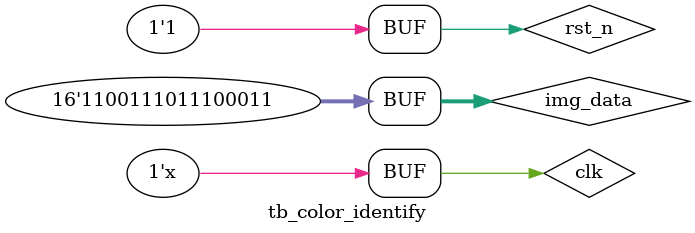
<source format=v>
`timescale 1ns / 1ps


module tb_color_identify;

	// Inputs
	reg clk;
	reg rst_n;
	reg [15:0] img_data;

	// Outputs
	wire [7:0] img_Y_r1;
	wire img_en;

	// Instantiate the Unit Under Test (UUT)
	color_identify uut (
		.clk(clk), 
		.rst_n(rst_n), 
		.img_data(img_data), 
		.img_Y_r1(img_Y_r1), 
		.img_en(img_en)
	);
always #10 clk <= ~clk;
	initial begin
		// Initialize Inputs
		clk = 0;
		rst_n = 0;
		img_data = 0;

		// Wait 100 ns for global reset to finish
		#100;
		rst_n = 1;
		img_data = 16'b11001_110111_00011;
        
		// Add stimulus here

	end
      
endmodule


</source>
